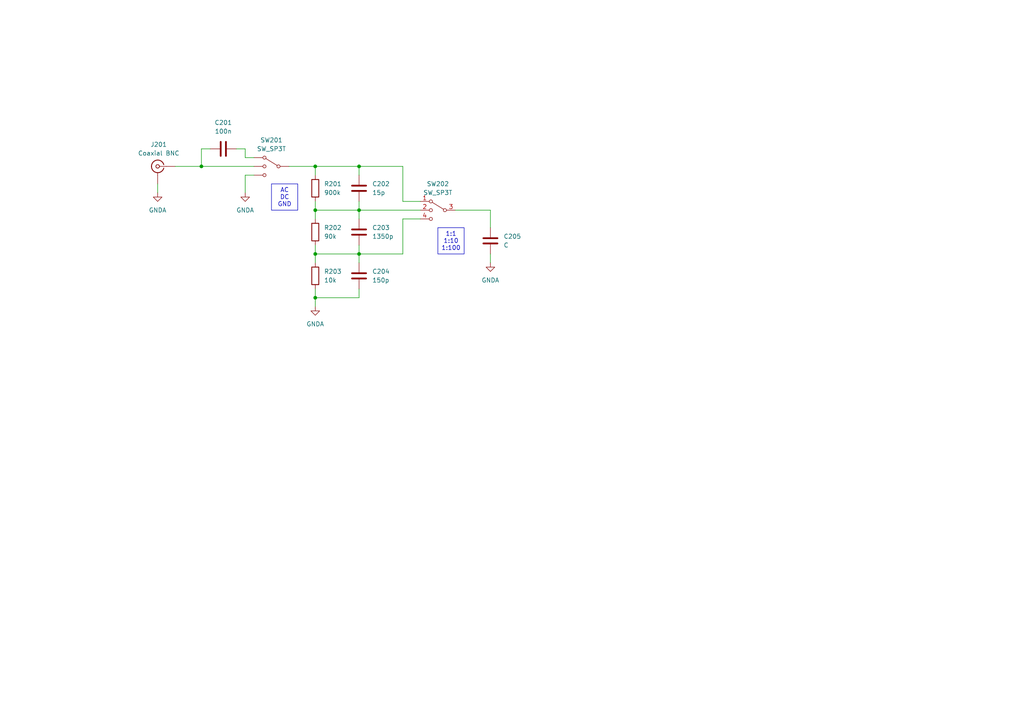
<source format=kicad_sch>
(kicad_sch (version 20230121) (generator eeschema)
  (paper "A4")
  (title_block (title "Analog front-end of oscilloscope") (date "2023-09-10") (rev "A") (company "Daniel Židek") (comment 1 "ModIns Osciloskop"))
  (lib_symbols
    (symbol "Connector:Conn_Coaxial" (pin_numbers hide) (pin_names (offset 1.016) hide)
      (property "Reference" "J" (at 0.254 3.048 0))
      (property "Value" "Conn_Coaxial" (at 2.921 0 90))
      (symbol "Conn_Coaxial_0_1"
        (arc (start -1.778 -0.508) (mid 0.2311 -1.8066) (end 1.778 0) (stroke (width 0.254)))
        (polyline (pts (xy -2.54 0) (xy -0.508 0)))
        (polyline (pts (xy 0 -2.54) (xy 0 -1.778)))
        (circle (center 0 0) (radius 0.508) (stroke (width 0.2032)))
        (arc (start 1.778 0) (mid 0.2099 1.8101) (end -1.778 0.508) (stroke (width 0.254)))
      )
      (symbol "Conn_Coaxial_1_1"
        (pin passive line (at -5.08 0 0) (length 2.54) (name "In") (number "1"))
        (pin passive line (at 0 -5.08 90) (length 2.54) (name "Ext") (number "2"))
      )
    )
    (symbol "Device:C" (pin_numbers hide) (pin_names (offset 0.254))
      (property "Reference" "C" (at 0.635 2.54 0))
      (property "Value" "C" (at 0.635 -2.54 0))
      (symbol "C_0_1"
        (polyline (pts (xy -2.032 -0.762) (xy 2.032 -0.762)) (stroke (width 0.508)))
        (polyline (pts (xy -2.032 0.762) (xy 2.032 0.762)) (stroke (width 0.508)))
      )
      (symbol "C_1_1"
        (pin passive line (at 0 3.81 270) (length 2.794) (name "~") (number "1"))
        (pin passive line (at 0 -3.81 90) (length 2.794) (name "~") (number "2"))
      )
    )
    (symbol "Device:R" (pin_numbers hide) (pin_names (offset 0))
      (property "Reference" "R" (at 2.032 0 90))
      (property "Value" "R" (at 0 0 90))
      (symbol "R_0_1"
        (rectangle (start -1.016 -2.54) (end 1.016 2.54) (stroke (width 0.254)))
      )
      (symbol "R_1_1"
        (pin passive line (at 0 3.81 270) (length 1.27) (name "~") (number "1"))
        (pin passive line (at 0 -3.81 90) (length 1.27) (name "~") (number "2"))
      )
    )
    (symbol "SW_SP3T_1" (pin_names (offset 0) hide)
      (property "Reference" "SW" (at 0 5.08 0))
      (property "Value" "SW_SP3T" (at 0 -5.08 0))
      (symbol "SW_SP3T_1_0_1"
        (circle (center -2.032 0) (radius 0.4572))
        (polyline (pts (xy -1.651 0.254) (xy 1.651 2.286)))
        (circle (center 2.032 -2.54) (radius 0.4572))
        (circle (center 2.032 0) (radius 0.4572))
        (circle (center 2.032 2.54) (radius 0.4572))
      )
      (symbol "SW_SP3T_1_1_1"
        (pin passive line (at 5.08 2.54 180) (length 2.54) (name "1") (number "1"))
        (pin passive line (at 5.08 0 180) (length 2.54) (name "2") (number "2"))
        (pin passive line (at -5.08 0 0) (length 2.54) (name "3") (number "3"))
        (pin passive line (at 5.08 -2.54 180) (length 2.54) (name "4") (number "4"))
      )
    )
    (symbol "Switch:SW_SP3T" (pin_numbers hide) (pin_names (offset 0) hide)
      (property "Reference" "SW" (at 0 5.08 0))
      (property "Value" "SW_SP3T" (at 0 -5.08 0))
      (symbol "SW_SP3T_0_1"
        (circle (center -2.032 0) (radius 0.4572))
        (polyline (pts (xy -1.651 0.254) (xy 1.651 2.286)))
        (circle (center 2.032 -2.54) (radius 0.4572))
        (circle (center 2.032 0) (radius 0.4572))
        (circle (center 2.032 2.54) (radius 0.4572))
      )
      (symbol "SW_SP3T_1_1"
        (pin passive line (at 5.08 2.54 180) (length 2.54) (name "1") (number "1"))
        (pin passive line (at 5.08 0 180) (length 2.54) (name "2") (number "2"))
        (pin passive line (at -5.08 0 0) (length 2.54) (name "3") (number "3"))
        (pin passive line (at 5.08 -2.54 180) (length 2.54) (name "4") (number "4"))
      )
    )
    (symbol "power:GNDA" (power) (pin_names (offset 0))
      (property "Value" "GNDA" (at 0 -3.81 0))
      (symbol "GNDA_0_1"
        (polyline (pts (xy 0 0) (xy 0 -1.27) (xy 1.27 -1.27) (xy 0 -2.54) (xy -1.27 -1.27) (xy 0 -1.27)))
      )
      (symbol "GNDA_1_1"
        (pin power_in line (at 0 0 270) (length 0) hide (name "GNDA") (number "1"))
      )
    )
  )
  (junction (at 104.14 60.96))
  (junction (at 91.44 48.26))
  (junction (at 91.44 86.36))
  (junction (at 58.42 48.26))
  (junction (at 104.14 73.66))
  (junction (at 104.14 48.26))
  (junction (at 91.44 60.96))
  (junction (at 91.44 73.66))
  (wire (pts (xy 121.92 63.5) (xy 116.84 63.5)))
  (wire (pts (xy 121.92 58.42) (xy 116.84 58.42)))
  (wire (pts (xy 104.14 50.8) (xy 104.14 48.26)))
  (wire (pts (xy 91.44 71.12) (xy 91.44 73.66)))
  (wire (pts (xy 71.12 50.8) (xy 73.66 50.8)))
  (wire (pts (xy 104.14 58.42) (xy 104.14 60.96)))
  (wire (pts (xy 91.44 48.26) (xy 91.44 50.8)))
  (wire (pts (xy 116.84 73.66) (xy 104.14 73.66)))
  (wire (pts (xy 68.58 43.18) (xy 71.12 43.18)))
  (wire (pts (xy 71.12 43.18) (xy 71.12 45.72)))
  (wire (pts (xy 71.12 45.72) (xy 73.66 45.72)))
  (wire (pts (xy 91.44 86.36) (xy 91.44 88.9)))
  (wire (pts (xy 104.14 73.66) (xy 104.14 76.2)))
  (wire (pts (xy 142.24 60.96) (xy 142.24 66.04)))
  (wire (pts (xy 58.42 43.18) (xy 58.42 48.26)))
  (wire (pts (xy 50.8 48.26) (xy 58.42 48.26)))
  (wire (pts (xy 91.44 60.96) (xy 104.14 60.96)))
  (wire (pts (xy 116.84 48.26) (xy 104.14 48.26)))
  (wire (pts (xy 91.44 73.66) (xy 104.14 73.66)))
  (wire (pts (xy 91.44 48.26) (xy 104.14 48.26)))
  (wire (pts (xy 104.14 86.36) (xy 91.44 86.36)))
  (wire (pts (xy 104.14 83.82) (xy 104.14 86.36)))
  (wire (pts (xy 91.44 58.42) (xy 91.44 60.96)))
  (wire (pts (xy 104.14 60.96) (xy 104.14 63.5)))
  (wire (pts (xy 116.84 63.5) (xy 116.84 73.66)))
  (wire (pts (xy 91.44 73.66) (xy 91.44 76.2)))
  (wire (pts (xy 91.44 60.96) (xy 91.44 63.5)))
  (wire (pts (xy 71.12 55.88) (xy 71.12 50.8)))
  (wire (pts (xy 58.42 48.26) (xy 73.66 48.26)))
  (wire (pts (xy 104.14 60.96) (xy 121.92 60.96)))
  (wire (pts (xy 83.82 48.26) (xy 91.44 48.26)))
  (wire (pts (xy 104.14 71.12) (xy 104.14 73.66)))
  (wire (pts (xy 60.96 43.18) (xy 58.42 43.18)))
  (wire (pts (xy 142.24 73.66) (xy 142.24 76.2)))
  (wire (pts (xy 45.72 53.34) (xy 45.72 55.88)))
  (wire (pts (xy 132.08 60.96) (xy 142.24 60.96)))
  (wire (pts (xy 91.44 83.82) (xy 91.44 86.36)))
  (wire (pts (xy 116.84 58.42) (xy 116.84 48.26)))
  (text_box "AC\nDC\nGND" (at 78.74 53.34 0) (size 7.62 7.62) (effects (font (size 1.27 1.27)) (justify top)))
  (text_box "1:1\n1:10\n1:100" (at 127 66.04 0) (size 7.62 7.62) (effects (font (size 1.27 1.27)) (justify top)))
  (symbol (lib_id "Device:C") (at 104.14 54.61 0) (unit 1)
    (property "Reference" "C202" (at 107.95 53.34 0) (effects (justify left)))
    (property "Value" "15p" (at 107.95 55.88 0) (effects (justify left)))
  )
  (symbol (lib_id "Device:C") (at 104.14 67.31 0) (unit 1)
    (property "Reference" "C203" (at 107.95 66.04 0) (effects (justify left)))
    (property "Value" "1350p" (at 107.95 68.58 0) (effects (justify left)))
  )
  (symbol (lib_id "power:GNDA") (at 45.72 55.88 0) (unit 1)
    (property "Reference" "#PWR0202" (effects hide))
    (property "Value" "GNDA" (at 45.72 60.96 0))
  )
  (symbol (lib_id "Connector:Conn_Coaxial") (at 45.72 48.26 0) (mirror y) (unit 1)
    (property "Reference" "J201" (at 46.0374 41.91 0))
    (property "Value" "Coaxial BNC" (at 46.0374 44.45 0))
    (property "Datasheet" " ~" (effects hide))
  )
  (symbol (lib_id "Device:C") (at 64.77 43.18 90) (unit 1)
    (property "Reference" "C201" (at 64.77 35.56 90))
    (property "Value" "100n" (at 64.77 38.1 90))
  )
  (symbol (lib_name "SW_SP3T_1") (lib_id "Switch:SW_SP3T") (at 127 60.96 0) (mirror y) (unit 1)
    (property "Reference" "SW202" (at 127 53.34 0))
    (property "Value" "SW_SP3T" (at 127 55.88 0))
  )
  (symbol (lib_id "power:GNDA") (at 91.44 88.9 0) (unit 1)
    (property "Reference" "#PWR0203" (effects hide))
    (property "Value" "GNDA" (at 91.44 93.98 0))
  )
  (symbol (lib_id "Device:R") (at 91.44 54.61 0) (unit 1)
    (property "Reference" "R201" (at 93.98 53.34 0) (effects (justify left)))
    (property "Value" "900k" (at 93.98 55.88 0) (effects (justify left)))
  )
  (symbol (lib_id "Switch:SW_SP3T") (at 78.74 48.26 0) (mirror y) (unit 1)
    (property "Reference" "SW201" (at 78.74 40.64 0))
    (property "Value" "SW_SP3T" (at 78.74 43.18 0))
  )
  (symbol (lib_id "Device:R") (at 91.44 80.01 0) (unit 1)
    (property "Reference" "R203" (at 93.98 78.74 0) (effects (justify left)))
    (property "Value" "10k" (at 93.98 81.28 0) (effects (justify left)))
  )
  (symbol (lib_id "Device:C") (at 104.14 80.01 0) (unit 1)
    (property "Reference" "C204" (at 107.95 78.74 0) (effects (justify left)))
    (property "Value" "150p" (at 107.95 81.28 0) (effects (justify left)))
  )
  (symbol (lib_id "Device:R") (at 91.44 67.31 0) (unit 1)
    (property "Reference" "R202" (at 93.98 66.04 0) (effects (justify left)))
    (property "Value" "90k" (at 93.98 68.58 0) (effects (justify left)))
  )
  (symbol (lib_id "power:GNDA") (at 142.24 76.2 0) (unit 1)
    (property "Reference" "#PWR0204" (effects hide))
    (property "Value" "GNDA" (at 142.24 81.28 0))
  )
  (symbol (lib_id "Device:C") (at 142.24 69.85 0) (unit 1)
    (property "Reference" "C205" (at 146.05 68.58 0) (effects (justify left)))
    (property "Value" "C" (at 146.05 71.12 0) (effects (justify left)))
  )
  (symbol (lib_id "power:GNDA") (at 71.12 55.88 0) (unit 1)
    (property "Reference" "#PWR0201" (effects hide))
    (property "Value" "GNDA" (at 71.12 60.96 0))
  )
)
</source>
